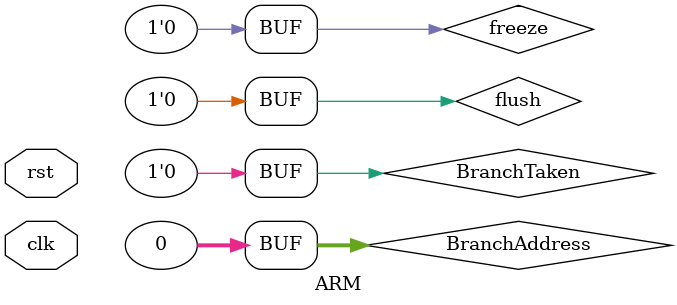
<source format=v>
module ARM (input clk,
            rst);
    wire flush, freeze, BranchTaken;
    assign flush       = 1'b0;
    assign freeze      = 1'b0;
    assign BranchTaken = 1'b0;
    wire[31:0] BranchAddress;
    assign BranchAddress = 32'b0;
    
    // ################################# Instruction Fetch Stage: ###################################
    wire[31:0] if_pc_in, if_instruction_in, if_pc_out, if_instruction_out;
    IF_Stage if_stage(
        clk, 
        rst, 
        freeze, 
        BranchTaken,
        BranchAddress,
        if_pc_in,
        if_instruction_in
    );
    IF_Stage_Reg if_stage_reg(
        clk,
        rst, 
        flush, 
        freeze, 
        if_pc_in, 
        if_instruction_in, 
        if_pc_out, 
        if_instruction_out
    );
    
    // ################################## Instruction Decode Stage: #################################
    wire[31:0] id_pc_in, id_pc_out;
    wire id_mem_r_en_in, id_mem_w_en_in, id_wb_en_in, id_status_w_en_in, id_branch_taken_in, id_imm_in;
    wire[3:0] id_exec_cmd_in;
    wire[31:0] id_val_rm_in;
    wire[23:0] id_signed_immed_24_in;
    wire[3:0] id_dest_in; 
    wire id_mem_r_en_out, id_mem_w_en_out, id_wb_en_out, id_status_w_en_out, id_branch_taken_out, id_imm_out;
    wire[3:0] id_exec_cmd_out;
    wire[31:0] id_val_rm_out;
    wire[23:0] id_signed_immed_24_out;
    wire[3:0] id_dest_out;

    ID_Stage id_stage(
        clk, rst,
        if_pc_out, 
        if_instruction_out,
        id_pc_in,
        id_mem_r_en_in, id_mem_w_en_in, id_wb_en_in, id_status_w_en_in, id_branch_taken_in, id_imm_in,
        id_exec_cmd_in,
        id_val_rm_in,
        id_signed_immed_24_in,
        id_dest_in
    );

    ID_Stage_Reg id_stage_reg(
        clk, rst, flush, freeze,
        id_pc_in, 
        id_mem_r_en_in, id_mem_w_en_in, id_wb_en_in, id_status_w_en_in, id_branch_taken_in, id_imm_in,
        id_exec_cmd_in,
        id_val_rm_in,
        id_signed_immed_24_in,
        id_dest_in,
        id_pc_out,
        id_mem_r_en_out, id_mem_w_en_out, id_wb_en_out, id_status_w_en_out, id_branch_taken_out, id_imm_out,
        id_exec_cmd_out,
        id_val_rm_out,
        id_signed_immed_24_out,
        id_dest_out
    );

    // ################################### Executaion Stage: ################################
    wire[31:0] exe_pc_in, exe_pc_out;
    EXE_Stage exe_stage(
        clk, 
        rst, 
        id_pc_out, 
        exe_pc_in
    );
    EXE_Stage_Reg exe_stage_reg(
        clk, 
        rst, 
        flush, 
        freeze,
        exe_pc_in, 
        exe_pc_out
    );

    // ################################# Memory Stage: ############################################
    wire[31:0] mem_pc_in, mem_pc_out;
    MEM_Stage mem_stage(
        clk, 
        rst, 
        exe_pc_out, 
        mem_pc_in
    );
    MEM_Stage_Reg mem_stage_reg(
        clk, 
        rst, 
        flush, 
        freeze,
        mem_pc_in, 
        mem_pc_out
    );

    // ################################### Write Block Stage: #######################################
    wire[31:0] wb_pc_in, wb_pc_out;
    WB_Stage wb_stage(
        clk, 
        rst, 
        mem_pc_out, 
        wb_pc_in
    );
    WB_Stage_Reg wb_stage_reg(
        clk, 
        rst, 
        flush, 
        freeze,
        wb_pc_in, 
        wb_pc_out
    ); 
    
endmodule

</source>
